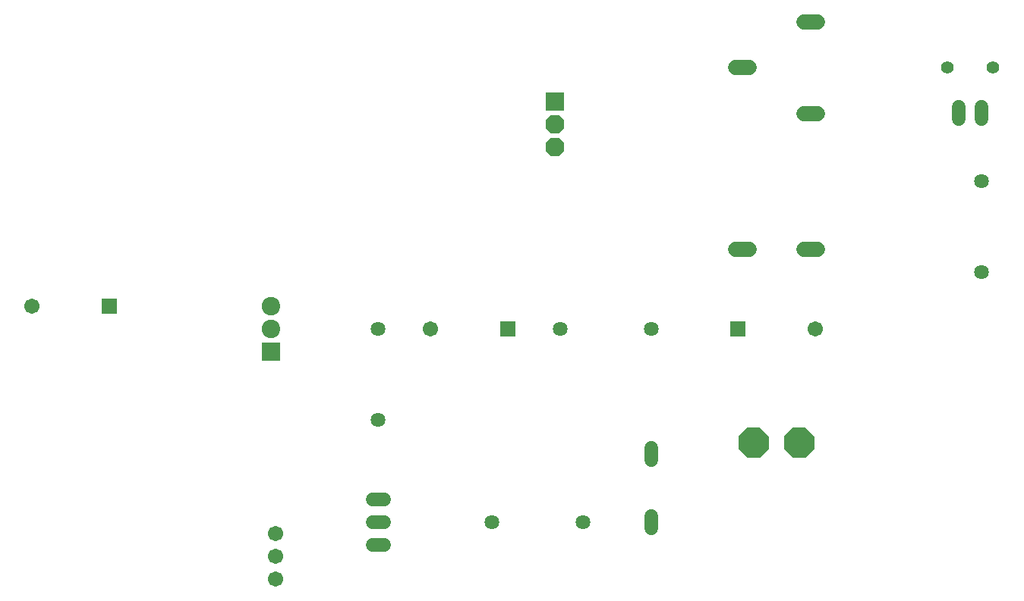
<source format=gbr>
G04 EAGLE Gerber RS-274X export*
G75*
%MOMM*%
%FSLAX34Y34*%
%LPD*%
%INSoldermask Bottom*%
%IPPOS*%
%AMOC8*
5,1,8,0,0,1.08239X$1,22.5*%
G01*
%ADD10R,1.711200X1.711200*%
%ADD11C,1.711200*%
%ADD12C,1.524000*%
%ADD13C,1.422400*%
%ADD14C,1.727200*%
%ADD15R,2.082800X2.082800*%
%ADD16P,2.254402X8X22.500000*%
%ADD17R,2.063200X2.063200*%
%ADD18C,2.063200*%
%ADD19C,1.633200*%
%ADD20P,3.629037X8X22.500000*%


D10*
X284550Y533400D03*
D11*
X198050Y533400D03*
D10*
X729050Y508000D03*
D11*
X642550Y508000D03*
D10*
X985450Y508000D03*
D11*
X1071950Y508000D03*
D12*
X1231900Y742696D02*
X1231900Y755904D01*
X1257300Y755904D02*
X1257300Y742696D01*
D13*
X1270000Y800100D03*
X1219200Y800100D03*
D12*
X590804Y317500D02*
X577596Y317500D01*
X577596Y266700D02*
X590804Y266700D01*
X590804Y292100D02*
X577596Y292100D01*
D14*
X1059180Y596900D02*
X1074420Y596900D01*
X997966Y596900D02*
X982726Y596900D01*
X1059180Y748538D02*
X1074420Y748538D01*
X1074420Y850646D02*
X1059180Y850646D01*
X998220Y800100D02*
X982980Y800100D01*
D15*
X781050Y762000D03*
D16*
X781050Y736600D03*
X781050Y711200D03*
D17*
X464800Y482600D03*
D18*
X464800Y508000D03*
X464800Y533400D03*
D19*
X787400Y508000D03*
X889000Y508000D03*
X584200Y406400D03*
X584200Y508000D03*
X711200Y292100D03*
X812800Y292100D03*
X1257300Y673100D03*
X1257300Y571500D03*
D12*
X889000Y374904D02*
X889000Y361696D01*
X889000Y298704D02*
X889000Y285496D01*
D20*
X1003300Y381000D03*
X1054100Y381000D03*
D11*
X469900Y279400D03*
X469900Y254000D03*
X469900Y228600D03*
M02*

</source>
